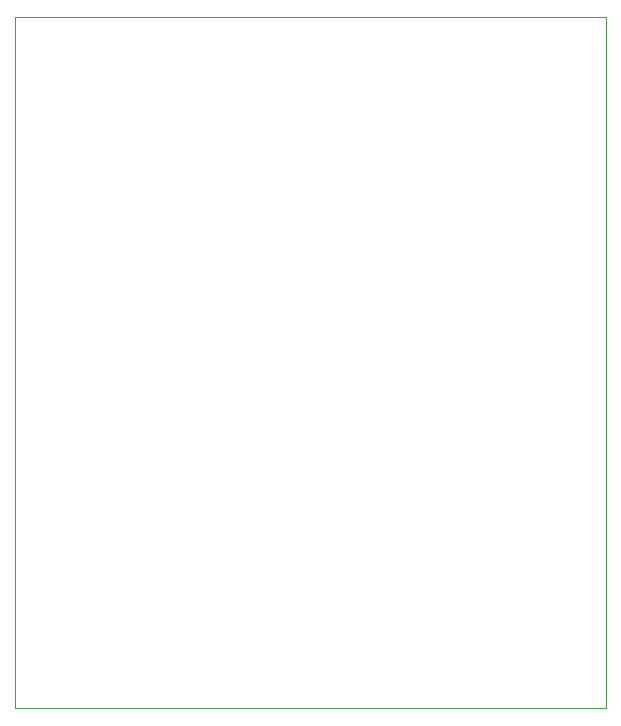
<source format=gbr>
%TF.GenerationSoftware,KiCad,Pcbnew,8.0.8*%
%TF.CreationDate,2025-04-01T12:31:35+02:00*%
%TF.ProjectId,reader,72656164-6572-42e6-9b69-6361645f7063,rev?*%
%TF.SameCoordinates,Original*%
%TF.FileFunction,Profile,NP*%
%FSLAX46Y46*%
G04 Gerber Fmt 4.6, Leading zero omitted, Abs format (unit mm)*
G04 Created by KiCad (PCBNEW 8.0.8) date 2025-04-01 12:31:35*
%MOMM*%
%LPD*%
G01*
G04 APERTURE LIST*
%TA.AperFunction,Profile*%
%ADD10C,0.050000*%
%TD*%
G04 APERTURE END LIST*
D10*
X182500000Y-84500000D02*
X182500000Y-86000000D01*
X132500000Y-86000000D02*
X182500000Y-86000000D01*
X132500000Y-27500000D02*
X132500000Y-86000000D01*
X182500000Y-27500000D02*
X132500000Y-27500000D01*
X182500000Y-84500000D02*
X182500000Y-27500000D01*
M02*

</source>
